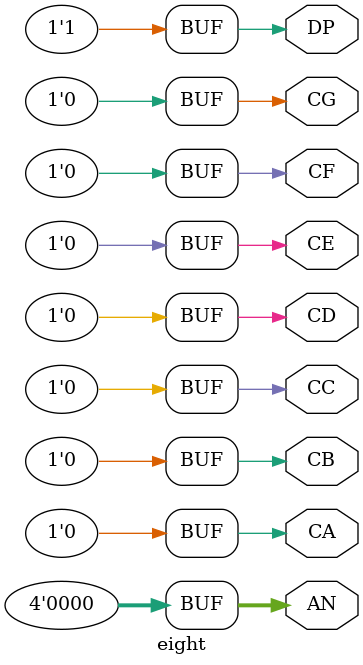
<source format=v>
`timescale 1ns / 1ps
module eight(
    output CA,
    output CB,
    output CC,
    output CD,
    output CE,
    output CF,
    output CG,
    output DP,
    output [3:0] AN
    );
assign CA=0;
assign CB=0;
assign CC=0;
assign CD=0;
assign CE=0;
assign CF=0;
assign CG=0;
assign DP=1;
assign AN[0]=0;
assign AN[1]=0;
assign AN[2]=0;
assign AN[3]=0;

endmodule

</source>
